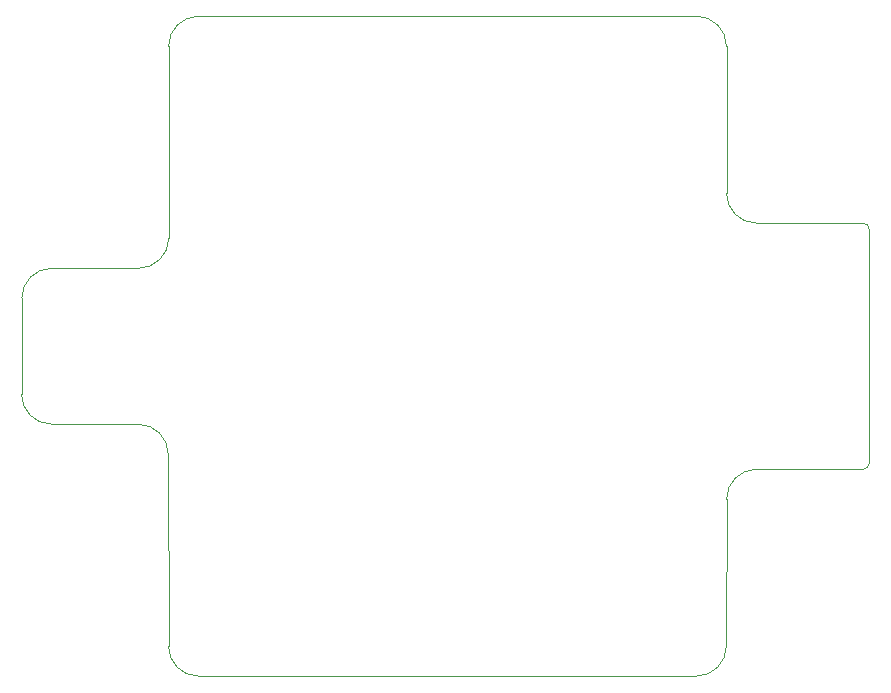
<source format=gm1>
%TF.GenerationSoftware,KiCad,Pcbnew,7.0.11+dfsg-1build4*%
%TF.CreationDate,2024-07-23T19:21:25-07:00*%
%TF.ProjectId,6s_750mA,36735f37-3530-46d4-912e-6b696361645f,rev?*%
%TF.SameCoordinates,Original*%
%TF.FileFunction,Profile,NP*%
%FSLAX46Y46*%
G04 Gerber Fmt 4.6, Leading zero omitted, Abs format (unit mm)*
G04 Created by KiCad (PCBNEW 7.0.11+dfsg-1build4) date 2024-07-23 19:21:25*
%MOMM*%
%LPD*%
G01*
G04 APERTURE LIST*
%TA.AperFunction,Profile*%
%ADD10C,0.050000*%
%TD*%
G04 APERTURE END LIST*
D10*
X143782051Y-80771951D02*
G75*
G03*
X146322051Y-78232000I49J2539951D01*
G01*
X146285900Y-96520000D02*
G75*
G03*
X143745949Y-93980000I-2540000J0D01*
G01*
X205126790Y-97790000D02*
X196088000Y-97790000D01*
X205634790Y-97282000D02*
X205634790Y-77470000D01*
X146304000Y-61976000D02*
X146322051Y-78232000D01*
X193548000Y-74422000D02*
X193548000Y-61976000D01*
X136398000Y-93980000D02*
X143745949Y-93980000D01*
X190989949Y-115316049D02*
G75*
G03*
X193529949Y-112776000I-49J2540049D01*
G01*
X133858000Y-91440000D02*
G75*
G03*
X136398000Y-93980000I2540000J0D01*
G01*
X196088000Y-76962000D02*
X205126790Y-76962000D01*
X136416051Y-80772000D02*
X143782051Y-80772000D01*
X148844000Y-59436000D02*
G75*
G03*
X146304000Y-61976000I0J-2540000D01*
G01*
X146304000Y-112776000D02*
G75*
G03*
X148844000Y-115316000I2540000J0D01*
G01*
X136416051Y-80771951D02*
G75*
G03*
X133876051Y-83312000I49J-2540049D01*
G01*
X191008000Y-59436000D02*
X148844000Y-59436000D01*
X148844000Y-115316000D02*
X190989949Y-115316000D01*
X193529949Y-112776000D02*
X193548000Y-100330000D01*
X196088000Y-97790000D02*
G75*
G03*
X193548000Y-100330000I0J-2540000D01*
G01*
X193548000Y-74422000D02*
G75*
G03*
X196088000Y-76962000I2540000J0D01*
G01*
X133876051Y-83312000D02*
X133858000Y-91440000D01*
X205634800Y-77470000D02*
G75*
G03*
X205126790Y-76962000I-508000J0D01*
G01*
X146285949Y-96520000D02*
X146304000Y-112776000D01*
X193548000Y-61976000D02*
G75*
G03*
X191008000Y-59436000I-2540000J0D01*
G01*
X205126790Y-97789990D02*
G75*
G03*
X205634790Y-97282000I10J507990D01*
G01*
M02*

</source>
